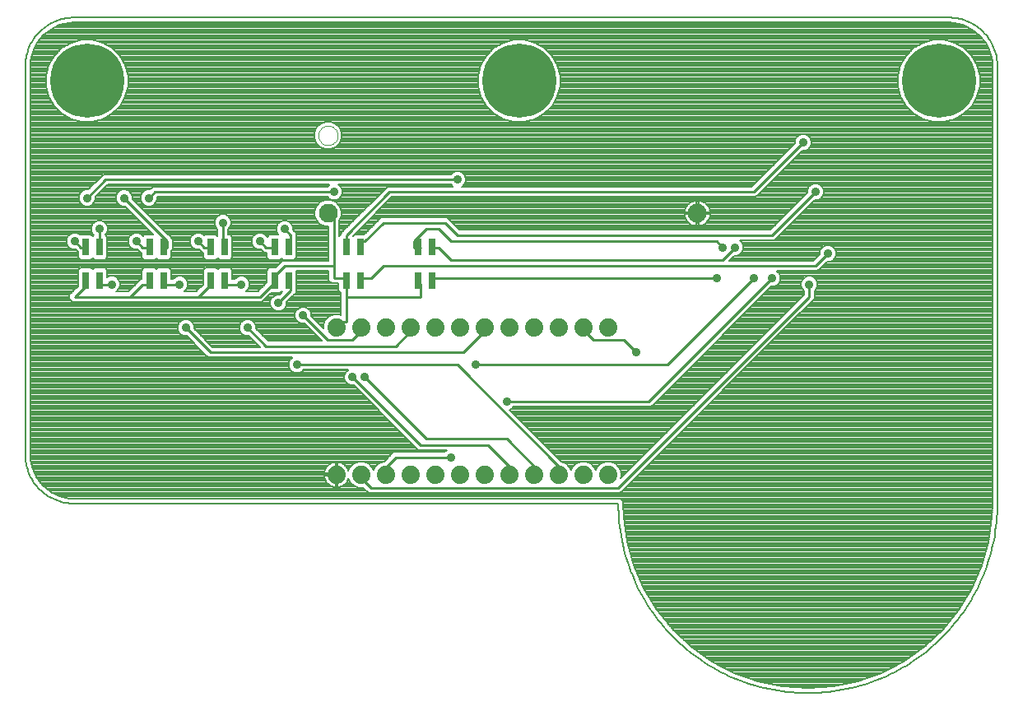
<source format=gbl>
G75*
%MOIN*%
%OFA0B0*%
%FSLAX24Y24*%
%IPPOS*%
%LPD*%
%AMOC8*
5,1,8,0,0,1.08239X$1,22.5*
%
%ADD10C,0.0080*%
%ADD11C,0.0740*%
%ADD12C,0.0768*%
%ADD13C,0.0000*%
%ADD14R,0.0295X0.0709*%
%ADD15C,0.0100*%
%ADD16C,0.0360*%
%ADD17C,0.3000*%
D10*
X002109Y007817D02*
X024156Y007817D01*
X024356Y007817D02*
X024356Y007900D01*
X024239Y008017D01*
X002109Y008017D01*
X001910Y008028D01*
X001524Y008116D01*
X001168Y008288D01*
X000858Y008535D01*
X000611Y008845D01*
X000439Y009202D01*
X000351Y009588D01*
X000340Y009786D01*
X000340Y025534D01*
X001080Y025534D01*
X001093Y025584D02*
X000980Y025162D01*
X000980Y024725D01*
X001093Y024302D01*
X001312Y023924D01*
X001621Y023615D01*
X001999Y023396D01*
X002421Y023283D01*
X002859Y023283D01*
X003281Y023396D01*
X003659Y023615D01*
X003968Y023924D01*
X004187Y024302D01*
X004300Y024725D01*
X004300Y025162D01*
X004187Y025584D01*
X003968Y025962D01*
X003659Y026271D01*
X003281Y026490D01*
X002859Y026603D01*
X002421Y026603D01*
X001999Y026490D01*
X001621Y026271D01*
X001312Y025962D01*
X001093Y025584D01*
X001110Y025613D02*
X000344Y025613D01*
X000349Y025691D02*
X001155Y025691D01*
X001200Y025770D02*
X000360Y025770D01*
X000351Y025732D02*
X000439Y026118D01*
X000611Y026475D01*
X000858Y026784D01*
X001168Y027031D01*
X001524Y027203D01*
X001910Y027291D01*
X002109Y027302D01*
X037542Y027302D01*
X037740Y027291D01*
X038126Y027203D01*
X038482Y027031D01*
X038792Y026784D01*
X039039Y026475D01*
X039211Y026118D01*
X039299Y025732D01*
X039310Y025534D01*
X038700Y025534D01*
X038687Y025584D02*
X038468Y025962D01*
X038159Y026271D01*
X037781Y026490D01*
X037359Y026603D01*
X036921Y026603D01*
X036499Y026490D01*
X036121Y026271D01*
X035812Y025962D01*
X035593Y025584D01*
X035480Y025162D01*
X035480Y024725D01*
X035593Y024302D01*
X035812Y023924D01*
X036121Y023615D01*
X036499Y023396D01*
X036921Y023283D01*
X037359Y023283D01*
X037781Y023396D01*
X038159Y023615D01*
X038468Y023924D01*
X038687Y024302D01*
X038800Y024725D01*
X038800Y025162D01*
X038687Y025584D01*
X038670Y025613D02*
X039306Y025613D01*
X039301Y025691D02*
X038625Y025691D01*
X038580Y025770D02*
X039290Y025770D01*
X039272Y025848D02*
X038534Y025848D01*
X038489Y025927D02*
X039254Y025927D01*
X039237Y026005D02*
X038426Y026005D01*
X038347Y026084D02*
X039219Y026084D01*
X039189Y026162D02*
X038269Y026162D01*
X038190Y026241D02*
X039152Y026241D01*
X039114Y026319D02*
X038077Y026319D01*
X037941Y026398D02*
X039076Y026398D01*
X039038Y026476D02*
X037805Y026476D01*
X037539Y026555D02*
X038975Y026555D01*
X038913Y026633D02*
X000738Y026633D01*
X000800Y026712D02*
X038850Y026712D01*
X038785Y026790D02*
X000866Y026790D01*
X000964Y026869D02*
X038686Y026869D01*
X038588Y026947D02*
X001062Y026947D01*
X001161Y027026D02*
X038489Y027026D01*
X038331Y027104D02*
X001319Y027104D01*
X001482Y027183D02*
X038168Y027183D01*
X037870Y027261D02*
X001780Y027261D01*
X002109Y027502D02*
X037542Y027502D01*
X036741Y026555D02*
X020539Y026555D01*
X020359Y026603D02*
X019921Y026603D01*
X019499Y026490D01*
X019121Y026271D01*
X018812Y025962D01*
X018593Y025584D01*
X018480Y025162D01*
X018480Y024725D01*
X018593Y024302D01*
X018812Y023924D01*
X019121Y023615D01*
X019499Y023396D01*
X019921Y023283D01*
X020359Y023283D01*
X020781Y023396D01*
X021159Y023615D01*
X021468Y023924D01*
X021687Y024302D01*
X021800Y024725D01*
X021800Y025162D01*
X021687Y025584D01*
X021468Y025962D01*
X021159Y026271D01*
X020781Y026490D01*
X020359Y026603D01*
X020805Y026476D02*
X036475Y026476D01*
X036339Y026398D02*
X020941Y026398D01*
X021077Y026319D02*
X036203Y026319D01*
X036090Y026241D02*
X021190Y026241D01*
X021269Y026162D02*
X036011Y026162D01*
X035933Y026084D02*
X021347Y026084D01*
X021426Y026005D02*
X035854Y026005D01*
X035791Y025927D02*
X021489Y025927D01*
X021534Y025848D02*
X035746Y025848D01*
X035700Y025770D02*
X021580Y025770D01*
X021625Y025691D02*
X035655Y025691D01*
X035610Y025613D02*
X021670Y025613D01*
X021700Y025534D02*
X035580Y025534D01*
X035559Y025456D02*
X021721Y025456D01*
X021742Y025377D02*
X035538Y025377D01*
X035517Y025299D02*
X021763Y025299D01*
X021784Y025220D02*
X035496Y025220D01*
X035480Y025142D02*
X021800Y025142D01*
X021800Y025063D02*
X035480Y025063D01*
X035480Y024985D02*
X021800Y024985D01*
X021800Y024906D02*
X035480Y024906D01*
X035480Y024828D02*
X021800Y024828D01*
X021800Y024749D02*
X035480Y024749D01*
X035494Y024671D02*
X021786Y024671D01*
X021765Y024592D02*
X035515Y024592D01*
X035537Y024514D02*
X021743Y024514D01*
X021722Y024435D02*
X035558Y024435D01*
X035579Y024357D02*
X021701Y024357D01*
X021673Y024278D02*
X035607Y024278D01*
X035652Y024200D02*
X021628Y024200D01*
X021582Y024121D02*
X035698Y024121D01*
X035743Y024043D02*
X021537Y024043D01*
X021492Y023964D02*
X035788Y023964D01*
X035850Y023886D02*
X021430Y023886D01*
X021352Y023807D02*
X035928Y023807D01*
X036007Y023729D02*
X021273Y023729D01*
X021195Y023650D02*
X036085Y023650D01*
X036195Y023572D02*
X021085Y023572D01*
X020949Y023493D02*
X036331Y023493D01*
X036467Y023415D02*
X020813Y023415D01*
X020557Y023336D02*
X036723Y023336D01*
X037557Y023336D02*
X039310Y023336D01*
X039310Y023258D02*
X012565Y023258D01*
X012510Y023280D02*
X012290Y023280D01*
X012086Y023196D01*
X011930Y023040D01*
X011846Y022837D01*
X011846Y022616D01*
X011930Y022413D01*
X012086Y022257D01*
X012290Y022173D01*
X012510Y022173D01*
X012713Y022257D01*
X012869Y022413D01*
X012954Y022616D01*
X012954Y022837D01*
X012869Y023040D01*
X012713Y023196D01*
X012510Y023280D01*
X012730Y023179D02*
X039310Y023179D01*
X039310Y023101D02*
X012809Y023101D01*
X012877Y023022D02*
X039310Y023022D01*
X039310Y022944D02*
X012909Y022944D01*
X012942Y022865D02*
X039310Y022865D01*
X039310Y022787D02*
X012954Y022787D01*
X012954Y022708D02*
X031424Y022708D01*
X031447Y022731D02*
X031352Y022636D01*
X031300Y022511D01*
X031300Y022400D01*
X029553Y020653D01*
X017828Y020653D01*
X017833Y020655D01*
X017928Y020751D01*
X017980Y020876D01*
X017980Y021011D01*
X017928Y021136D01*
X017833Y021231D01*
X017708Y021283D01*
X017572Y021283D01*
X017447Y021231D01*
X017369Y021153D01*
X003303Y021153D01*
X003180Y021030D01*
X002683Y020533D01*
X002572Y020533D01*
X002447Y020481D01*
X002352Y020386D01*
X002300Y020261D01*
X002300Y020126D01*
X002352Y020001D01*
X002447Y019905D01*
X002572Y019853D01*
X002708Y019853D01*
X002833Y019905D01*
X002928Y020001D01*
X002980Y020126D01*
X002980Y020236D01*
X003477Y020733D01*
X012452Y020733D01*
X012447Y020731D01*
X012369Y020653D01*
X005303Y020653D01*
X005183Y020533D01*
X005072Y020533D01*
X004947Y020481D01*
X004852Y020386D01*
X004800Y020261D01*
X004800Y020126D01*
X004852Y020001D01*
X004947Y019905D01*
X005072Y019853D01*
X005208Y019853D01*
X005333Y019905D01*
X005428Y020001D01*
X005480Y020126D01*
X005480Y020233D01*
X012369Y020233D01*
X012447Y020155D01*
X012572Y020103D01*
X012708Y020103D01*
X012833Y020155D01*
X012928Y020251D01*
X012980Y020376D01*
X012980Y020511D01*
X012928Y020636D01*
X012833Y020731D01*
X012828Y020733D01*
X017369Y020733D01*
X017447Y020655D01*
X017452Y020653D01*
X014803Y020653D01*
X013053Y018903D01*
X012930Y018780D01*
X012930Y018713D01*
X012924Y018713D01*
X012850Y018639D01*
X012850Y019258D01*
X012861Y019269D01*
X012944Y019469D01*
X012944Y019685D01*
X012861Y019885D01*
X012708Y020038D01*
X012508Y020121D01*
X012292Y020121D01*
X012092Y020038D01*
X011939Y019885D01*
X011856Y019685D01*
X011856Y019469D01*
X011939Y019269D01*
X012092Y019116D01*
X012292Y019033D01*
X012430Y019033D01*
X012430Y017653D01*
X010553Y017653D01*
X010430Y017530D01*
X010275Y017375D01*
X010019Y017375D01*
X009925Y017281D01*
X009925Y016775D01*
X009553Y016403D01*
X009078Y016403D01*
X009083Y016405D01*
X009178Y016501D01*
X009230Y016626D01*
X009230Y016761D01*
X009178Y016886D01*
X009083Y016981D01*
X008958Y017033D01*
X008822Y017033D01*
X008697Y016981D01*
X008619Y016903D01*
X008524Y016903D01*
X008524Y017281D01*
X008431Y017375D01*
X008003Y017375D01*
X007931Y017303D01*
X007860Y017375D01*
X007432Y017375D01*
X007338Y017281D01*
X007338Y016688D01*
X007053Y016403D01*
X006578Y016403D01*
X006583Y016405D01*
X006678Y016501D01*
X006730Y016626D01*
X006730Y016761D01*
X006678Y016886D01*
X006583Y016981D01*
X006458Y017033D01*
X006322Y017033D01*
X006197Y016981D01*
X006119Y016903D01*
X006044Y016903D01*
X006044Y017281D01*
X005950Y017375D01*
X005523Y017375D01*
X005451Y017303D01*
X005380Y017375D01*
X004952Y017375D01*
X004858Y017281D01*
X004858Y016903D01*
X004803Y016903D01*
X004680Y016780D01*
X004303Y016403D01*
X003828Y016403D01*
X003833Y016405D01*
X003928Y016501D01*
X003980Y016626D01*
X003980Y016761D01*
X003928Y016886D01*
X003833Y016981D01*
X003708Y017033D01*
X003572Y017033D01*
X003457Y016986D01*
X003457Y017281D01*
X003364Y017375D01*
X002936Y017375D01*
X002864Y017303D01*
X002793Y017375D01*
X002365Y017375D01*
X002271Y017281D01*
X002271Y016621D01*
X002053Y016403D01*
X001930Y016280D01*
X001930Y016106D01*
X002053Y015983D01*
X009727Y015983D01*
X009850Y016106D01*
X010090Y016346D01*
X010446Y016346D01*
X010518Y016418D01*
X010543Y016393D01*
X010433Y016283D01*
X010322Y016283D01*
X010197Y016231D01*
X010102Y016136D01*
X010050Y016011D01*
X010050Y015876D01*
X010102Y015751D01*
X010197Y015655D01*
X010322Y015603D01*
X010458Y015603D01*
X010583Y015655D01*
X010678Y015751D01*
X010730Y015876D01*
X010730Y015986D01*
X010977Y016233D01*
X011100Y016356D01*
X011100Y016429D01*
X011111Y016440D01*
X011111Y016695D01*
X011116Y016712D01*
X011111Y016723D01*
X011111Y017233D01*
X012430Y017233D01*
X012430Y016856D01*
X012553Y016733D01*
X012830Y016733D01*
X012830Y016440D01*
X012924Y016346D01*
X012930Y016346D01*
X012930Y015459D01*
X012848Y015493D01*
X012637Y015493D01*
X012442Y015412D01*
X012293Y015263D01*
X012212Y015068D01*
X012212Y014918D01*
X011730Y015400D01*
X011730Y015511D01*
X011678Y015636D01*
X011583Y015731D01*
X011458Y015783D01*
X011322Y015783D01*
X011197Y015731D01*
X011102Y015636D01*
X011050Y015511D01*
X011050Y015376D01*
X011102Y015251D01*
X009286Y015251D01*
X009333Y015231D02*
X009208Y015283D01*
X009072Y015283D01*
X008947Y015231D01*
X008852Y015136D01*
X008800Y015011D01*
X008800Y014876D01*
X008852Y014751D01*
X008947Y014655D01*
X009072Y014603D01*
X009183Y014603D01*
X009633Y014153D01*
X007727Y014153D01*
X006980Y014900D01*
X006980Y015011D01*
X006928Y015136D01*
X006833Y015231D01*
X006708Y015283D01*
X006572Y015283D01*
X006447Y015231D01*
X006352Y015136D01*
X006300Y015011D01*
X006300Y014876D01*
X006352Y014751D01*
X006447Y014655D01*
X006572Y014603D01*
X006683Y014603D01*
X007430Y013856D01*
X007553Y013733D01*
X010952Y013733D01*
X010947Y013731D01*
X010852Y013636D01*
X010800Y013511D01*
X010800Y013376D01*
X010852Y013251D01*
X010947Y013155D01*
X011072Y013103D01*
X011208Y013103D01*
X011333Y013155D01*
X011411Y013233D01*
X013202Y013233D01*
X013197Y013231D01*
X013102Y013136D01*
X013050Y013011D01*
X013050Y012876D01*
X013102Y012751D01*
X013197Y012655D01*
X013322Y012603D01*
X013433Y012603D01*
X015930Y010106D01*
X016053Y009983D01*
X017202Y009983D01*
X017197Y009981D01*
X017119Y009903D01*
X015053Y009903D01*
X014674Y009524D01*
X014637Y009524D01*
X014442Y009444D01*
X014293Y009295D01*
X014242Y009172D01*
X014192Y009295D01*
X014043Y009444D01*
X013848Y009524D01*
X013637Y009524D01*
X013442Y009444D01*
X013293Y009295D01*
X013230Y009143D01*
X013215Y009190D01*
X013179Y009262D01*
X013131Y009327D01*
X013075Y009383D01*
X013010Y009431D01*
X012938Y009467D01*
X012862Y009492D01*
X012783Y009504D01*
X012782Y009504D01*
X012782Y009034D01*
X012702Y009034D01*
X012702Y008954D01*
X012232Y008954D01*
X012245Y008875D01*
X012270Y008799D01*
X012306Y008727D01*
X012353Y008662D01*
X012410Y008605D01*
X012475Y008558D01*
X012547Y008522D01*
X012623Y008497D01*
X012702Y008484D01*
X012702Y008484D01*
X012702Y008954D01*
X012782Y008954D01*
X012782Y008484D01*
X012783Y008484D01*
X012862Y008497D01*
X012938Y008522D01*
X013010Y008558D01*
X013075Y008605D01*
X013131Y008662D01*
X013179Y008727D01*
X013215Y008799D01*
X013230Y008846D01*
X013293Y008694D01*
X013442Y008545D01*
X013637Y008464D01*
X013822Y008464D01*
X014053Y008233D01*
X024227Y008233D01*
X024350Y008356D01*
X031227Y015233D01*
X031977Y015983D01*
X032100Y016106D01*
X032100Y016422D01*
X032178Y016501D01*
X032230Y016626D01*
X032230Y016761D01*
X032178Y016886D01*
X032083Y016981D01*
X031958Y017033D01*
X031822Y017033D01*
X031697Y016981D01*
X031602Y016886D01*
X031550Y016761D01*
X031550Y016626D01*
X031602Y016501D01*
X031680Y016422D01*
X031680Y016280D01*
X030930Y015530D01*
X024261Y008861D01*
X024272Y008889D01*
X024272Y009100D01*
X024192Y009295D01*
X024043Y009444D01*
X023848Y009524D01*
X023637Y009524D01*
X023442Y009444D01*
X023293Y009295D01*
X023242Y009172D01*
X023192Y009295D01*
X023043Y009444D01*
X022848Y009524D01*
X022637Y009524D01*
X022442Y009444D01*
X022293Y009295D01*
X022242Y009172D01*
X022192Y009295D01*
X022043Y009444D01*
X021861Y009519D01*
X019757Y011623D01*
X019833Y011655D01*
X019911Y011733D01*
X025477Y011733D01*
X025600Y011856D01*
X030347Y016603D01*
X030458Y016603D01*
X030583Y016655D01*
X030678Y016751D01*
X030730Y016876D01*
X030730Y017011D01*
X030678Y017136D01*
X030583Y017231D01*
X030578Y017233D01*
X032227Y017233D01*
X032350Y017356D01*
X032597Y017603D01*
X032708Y017603D01*
X032833Y017655D01*
X032928Y017751D01*
X032980Y017876D01*
X032980Y018011D01*
X032928Y018136D01*
X032833Y018231D01*
X032708Y018283D01*
X032572Y018283D01*
X032447Y018231D01*
X032352Y018136D01*
X032300Y018011D01*
X032300Y017900D01*
X032053Y017653D01*
X028647Y017653D01*
X028847Y017853D01*
X028958Y017853D01*
X029083Y017905D01*
X029178Y018001D01*
X029230Y018126D01*
X029230Y018261D01*
X029178Y018386D01*
X029083Y018481D01*
X029078Y018483D01*
X030477Y018483D01*
X030600Y018606D01*
X032097Y020103D01*
X032208Y020103D01*
X032333Y020155D01*
X032428Y020251D01*
X032480Y020376D01*
X032480Y020511D01*
X032428Y020636D01*
X032333Y020731D01*
X032208Y020783D01*
X032072Y020783D01*
X031947Y020731D01*
X031852Y020636D01*
X031800Y020511D01*
X031800Y020400D01*
X030303Y018903D01*
X017727Y018903D01*
X017350Y019280D01*
X017350Y019280D01*
X017227Y019403D01*
X014553Y019403D01*
X013863Y018713D01*
X013495Y018713D01*
X013423Y018642D01*
X013405Y018661D01*
X014977Y020233D01*
X029727Y020233D01*
X029850Y020356D01*
X031597Y022103D01*
X031708Y022103D01*
X031833Y022155D01*
X031928Y022251D01*
X031980Y022376D01*
X031980Y022511D01*
X031928Y022636D01*
X031833Y022731D01*
X031708Y022783D01*
X031572Y022783D01*
X031447Y022731D01*
X031349Y022630D02*
X012954Y022630D01*
X012927Y022551D02*
X031317Y022551D01*
X031300Y022473D02*
X012894Y022473D01*
X012850Y022394D02*
X031294Y022394D01*
X031216Y022316D02*
X012772Y022316D01*
X012665Y022237D02*
X031137Y022237D01*
X031059Y022159D02*
X000340Y022159D01*
X000340Y022237D02*
X012134Y022237D01*
X012028Y022316D02*
X000340Y022316D01*
X000340Y022394D02*
X011949Y022394D01*
X011906Y022473D02*
X000340Y022473D01*
X000340Y022551D02*
X011873Y022551D01*
X011846Y022630D02*
X000340Y022630D01*
X000340Y022708D02*
X011846Y022708D01*
X011846Y022787D02*
X000340Y022787D01*
X000340Y022865D02*
X011858Y022865D01*
X011890Y022944D02*
X000340Y022944D01*
X000340Y023022D02*
X011923Y023022D01*
X011991Y023101D02*
X000340Y023101D01*
X000340Y023179D02*
X012069Y023179D01*
X012235Y023258D02*
X000340Y023258D01*
X000340Y023336D02*
X002223Y023336D01*
X001967Y023415D02*
X000340Y023415D01*
X000340Y023493D02*
X001831Y023493D01*
X001695Y023572D02*
X000340Y023572D01*
X000340Y023650D02*
X001585Y023650D01*
X001507Y023729D02*
X000340Y023729D01*
X000340Y023807D02*
X001428Y023807D01*
X001350Y023886D02*
X000340Y023886D01*
X000340Y023964D02*
X001288Y023964D01*
X001243Y024043D02*
X000340Y024043D01*
X000340Y024121D02*
X001198Y024121D01*
X001152Y024200D02*
X000340Y024200D01*
X000340Y024278D02*
X001107Y024278D01*
X001079Y024357D02*
X000340Y024357D01*
X000340Y024435D02*
X001058Y024435D01*
X001037Y024514D02*
X000340Y024514D01*
X000340Y024592D02*
X001015Y024592D01*
X000994Y024671D02*
X000340Y024671D01*
X000340Y024749D02*
X000980Y024749D01*
X000980Y024828D02*
X000340Y024828D01*
X000340Y024906D02*
X000980Y024906D01*
X000980Y024985D02*
X000340Y024985D01*
X000340Y025063D02*
X000980Y025063D01*
X000980Y025142D02*
X000340Y025142D01*
X000340Y025220D02*
X000996Y025220D01*
X001017Y025299D02*
X000340Y025299D01*
X000340Y025377D02*
X001038Y025377D01*
X001059Y025456D02*
X000340Y025456D01*
X000340Y025534D02*
X000351Y025732D01*
X000378Y025848D02*
X001246Y025848D01*
X001291Y025927D02*
X000396Y025927D01*
X000414Y026005D02*
X001354Y026005D01*
X001433Y026084D02*
X000431Y026084D01*
X000461Y026162D02*
X001511Y026162D01*
X001590Y026241D02*
X000498Y026241D01*
X000536Y026319D02*
X001703Y026319D01*
X001839Y026398D02*
X000574Y026398D01*
X000612Y026476D02*
X001975Y026476D01*
X002241Y026555D02*
X000675Y026555D01*
X000140Y025534D02*
X000140Y009786D01*
X000342Y009756D02*
X014906Y009756D01*
X014984Y009834D02*
X000340Y009834D01*
X000340Y009913D02*
X017129Y009913D01*
X016045Y009991D02*
X000340Y009991D01*
X000340Y010070D02*
X015966Y010070D01*
X015888Y010148D02*
X000340Y010148D01*
X000340Y010227D02*
X015809Y010227D01*
X015731Y010305D02*
X000340Y010305D01*
X000340Y010384D02*
X015652Y010384D01*
X015574Y010462D02*
X000340Y010462D01*
X000340Y010541D02*
X015495Y010541D01*
X015417Y010619D02*
X000340Y010619D01*
X000340Y010698D02*
X015338Y010698D01*
X015260Y010776D02*
X000340Y010776D01*
X000340Y010855D02*
X015181Y010855D01*
X015103Y010933D02*
X000340Y010933D01*
X000340Y011012D02*
X015024Y011012D01*
X014946Y011090D02*
X000340Y011090D01*
X000340Y011169D02*
X014867Y011169D01*
X014789Y011247D02*
X000340Y011247D01*
X000340Y011326D02*
X014710Y011326D01*
X014632Y011404D02*
X000340Y011404D01*
X000340Y011483D02*
X014553Y011483D01*
X014475Y011561D02*
X000340Y011561D01*
X000340Y011640D02*
X014396Y011640D01*
X014318Y011718D02*
X000340Y011718D01*
X000340Y011797D02*
X014239Y011797D01*
X014161Y011875D02*
X000340Y011875D01*
X000340Y011954D02*
X014082Y011954D01*
X014004Y012032D02*
X000340Y012032D01*
X000340Y012111D02*
X013925Y012111D01*
X013847Y012189D02*
X000340Y012189D01*
X000340Y012268D02*
X013768Y012268D01*
X013690Y012346D02*
X000340Y012346D01*
X000340Y012425D02*
X013611Y012425D01*
X013533Y012503D02*
X000340Y012503D01*
X000340Y012582D02*
X013454Y012582D01*
X013192Y012660D02*
X000340Y012660D01*
X000340Y012739D02*
X013114Y012739D01*
X013074Y012817D02*
X000340Y012817D01*
X000340Y012896D02*
X013050Y012896D01*
X013050Y012974D02*
X000340Y012974D01*
X000340Y013053D02*
X013067Y013053D01*
X013100Y013131D02*
X011275Y013131D01*
X011387Y013210D02*
X013176Y013210D01*
X012133Y014403D02*
X009977Y014403D01*
X009480Y014900D01*
X009480Y015011D01*
X009428Y015136D01*
X009333Y015231D01*
X009392Y015172D02*
X011180Y015172D01*
X011197Y015155D02*
X011322Y015103D01*
X011433Y015103D01*
X012133Y014403D01*
X012070Y014466D02*
X009914Y014466D01*
X009836Y014544D02*
X011992Y014544D01*
X011913Y014623D02*
X009757Y014623D01*
X009679Y014701D02*
X011835Y014701D01*
X011756Y014780D02*
X009600Y014780D01*
X009522Y014858D02*
X011678Y014858D01*
X011599Y014937D02*
X009480Y014937D01*
X009478Y015015D02*
X011521Y015015D01*
X011442Y015094D02*
X009446Y015094D01*
X008994Y015251D02*
X006786Y015251D01*
X006892Y015172D02*
X008888Y015172D01*
X008834Y015094D02*
X006946Y015094D01*
X006978Y015015D02*
X008802Y015015D01*
X008800Y014937D02*
X006980Y014937D01*
X007022Y014858D02*
X008807Y014858D01*
X008840Y014780D02*
X007100Y014780D01*
X007179Y014701D02*
X008901Y014701D01*
X009025Y014623D02*
X007257Y014623D01*
X007336Y014544D02*
X009242Y014544D01*
X009320Y014466D02*
X007414Y014466D01*
X007493Y014387D02*
X009399Y014387D01*
X009477Y014309D02*
X007571Y014309D01*
X007650Y014230D02*
X009556Y014230D01*
X010838Y013602D02*
X000340Y013602D01*
X000340Y013524D02*
X010805Y013524D01*
X010800Y013445D02*
X000340Y013445D01*
X000340Y013367D02*
X010804Y013367D01*
X010836Y013288D02*
X000340Y013288D01*
X000340Y013210D02*
X010893Y013210D01*
X011005Y013131D02*
X000340Y013131D01*
X000340Y013681D02*
X010897Y013681D01*
X011197Y015155D02*
X011102Y015251D01*
X011069Y015329D02*
X000340Y015329D01*
X000340Y015251D02*
X006494Y015251D01*
X006388Y015172D02*
X000340Y015172D01*
X000340Y015094D02*
X006334Y015094D01*
X006302Y015015D02*
X000340Y015015D01*
X000340Y014937D02*
X006300Y014937D01*
X006307Y014858D02*
X000340Y014858D01*
X000340Y014780D02*
X006340Y014780D01*
X006401Y014701D02*
X000340Y014701D01*
X000340Y014623D02*
X006525Y014623D01*
X006742Y014544D02*
X000340Y014544D01*
X000340Y014466D02*
X006820Y014466D01*
X006899Y014387D02*
X000340Y014387D01*
X000340Y014309D02*
X006977Y014309D01*
X007056Y014230D02*
X000340Y014230D01*
X000340Y014152D02*
X007134Y014152D01*
X007213Y014073D02*
X000340Y014073D01*
X000340Y013995D02*
X007291Y013995D01*
X007370Y013916D02*
X000340Y013916D01*
X000340Y013838D02*
X007448Y013838D01*
X007527Y013759D02*
X000340Y013759D01*
X000340Y015408D02*
X011050Y015408D01*
X011050Y015486D02*
X000340Y015486D01*
X000340Y015565D02*
X011072Y015565D01*
X011109Y015643D02*
X010554Y015643D01*
X010649Y015722D02*
X011188Y015722D01*
X011592Y015722D02*
X012930Y015722D01*
X012930Y015800D02*
X010699Y015800D01*
X010730Y015879D02*
X012930Y015879D01*
X012930Y015957D02*
X010730Y015957D01*
X010780Y016036D02*
X012930Y016036D01*
X012930Y016114D02*
X010858Y016114D01*
X010937Y016193D02*
X012930Y016193D01*
X012930Y016271D02*
X011015Y016271D01*
X011094Y016350D02*
X012921Y016350D01*
X012842Y016428D02*
X011100Y016428D01*
X011111Y016507D02*
X012830Y016507D01*
X012830Y016585D02*
X011111Y016585D01*
X011111Y016664D02*
X012830Y016664D01*
X012544Y016742D02*
X011111Y016742D01*
X011111Y016821D02*
X012465Y016821D01*
X012430Y016899D02*
X011111Y016899D01*
X011111Y016978D02*
X012430Y016978D01*
X012430Y017056D02*
X011111Y017056D01*
X011111Y017135D02*
X012430Y017135D01*
X012430Y017213D02*
X011111Y017213D01*
X011017Y017685D02*
X011111Y017778D01*
X011111Y018438D01*
X011117Y018455D01*
X011111Y018467D01*
X011111Y018620D01*
X011100Y018631D01*
X011100Y018780D01*
X010980Y018900D01*
X010980Y019011D01*
X010928Y019136D01*
X010833Y019231D01*
X010708Y019283D01*
X010572Y019283D01*
X010447Y019231D01*
X010352Y019136D01*
X010300Y019011D01*
X010300Y018876D01*
X010352Y018751D01*
X010389Y018713D01*
X010019Y018713D01*
X009932Y018627D01*
X009928Y018636D01*
X009833Y018731D01*
X009708Y018783D01*
X009572Y018783D01*
X009447Y018731D01*
X009352Y018636D01*
X009300Y018511D01*
X009300Y018376D01*
X009352Y018251D01*
X009447Y018155D01*
X008524Y018155D01*
X008524Y018077D02*
X009709Y018077D01*
X009683Y018103D02*
X009803Y017983D01*
X009925Y017983D01*
X009925Y017778D01*
X010019Y017685D01*
X010446Y017685D01*
X010518Y017756D01*
X010589Y017685D01*
X011017Y017685D01*
X011095Y017763D02*
X012430Y017763D01*
X012430Y017841D02*
X011111Y017841D01*
X011111Y017920D02*
X012430Y017920D01*
X012430Y017998D02*
X011111Y017998D01*
X011111Y018077D02*
X012430Y018077D01*
X012430Y018155D02*
X011111Y018155D01*
X011111Y018234D02*
X012430Y018234D01*
X012430Y018312D02*
X011111Y018312D01*
X011111Y018391D02*
X012430Y018391D01*
X012430Y018469D02*
X011111Y018469D01*
X011111Y018548D02*
X012430Y018548D01*
X012430Y018626D02*
X011104Y018626D01*
X011100Y018705D02*
X012430Y018705D01*
X012430Y018783D02*
X011097Y018783D01*
X011018Y018862D02*
X012430Y018862D01*
X012430Y018940D02*
X010980Y018940D01*
X010977Y019019D02*
X012430Y019019D01*
X012137Y019097D02*
X010944Y019097D01*
X010888Y019176D02*
X012032Y019176D01*
X011954Y019254D02*
X010777Y019254D01*
X010503Y019254D02*
X008480Y019254D01*
X008480Y019261D02*
X008428Y019386D01*
X008333Y019481D01*
X008208Y019533D01*
X008072Y019533D01*
X007947Y019481D01*
X007852Y019386D01*
X007800Y019261D01*
X007800Y019126D01*
X007852Y019001D01*
X007930Y018922D01*
X007930Y018643D01*
X007860Y018713D01*
X007432Y018713D01*
X007391Y018673D01*
X007333Y018731D01*
X007208Y018783D01*
X007072Y018783D01*
X006947Y018731D01*
X006852Y018636D01*
X006800Y018511D01*
X006800Y018376D01*
X006852Y018251D01*
X006947Y018155D01*
X006100Y018155D01*
X006100Y018106D02*
X006100Y018530D01*
X006044Y018586D01*
X006044Y018620D01*
X005950Y018713D01*
X005917Y018713D01*
X004480Y020150D01*
X004480Y020261D01*
X004428Y020386D01*
X004333Y020481D01*
X004208Y020533D01*
X004072Y020533D01*
X003947Y020481D01*
X003852Y020386D01*
X003800Y020261D01*
X003800Y020126D01*
X003852Y020001D01*
X003947Y019905D01*
X004072Y019853D01*
X004183Y019853D01*
X005323Y018713D01*
X004952Y018713D01*
X004901Y018663D01*
X004833Y018731D01*
X004708Y018783D01*
X004572Y018783D01*
X004447Y018731D01*
X004352Y018636D01*
X004300Y018511D01*
X004300Y018376D01*
X004352Y018251D01*
X004447Y018155D01*
X003457Y018155D01*
X003457Y018077D02*
X004709Y018077D01*
X004683Y018103D02*
X004803Y017983D01*
X004858Y017983D01*
X004858Y017778D01*
X004952Y017685D01*
X005380Y017685D01*
X005451Y017756D01*
X005523Y017685D01*
X005950Y017685D01*
X006044Y017778D01*
X006044Y018050D01*
X006100Y018106D01*
X006071Y018077D02*
X007209Y018077D01*
X007183Y018103D02*
X007303Y017983D01*
X007338Y017983D01*
X007338Y017778D01*
X007432Y017685D01*
X007860Y017685D01*
X007931Y017756D01*
X008003Y017685D01*
X008431Y017685D01*
X008524Y017778D01*
X008524Y018620D01*
X008431Y018713D01*
X008350Y018713D01*
X008350Y018922D01*
X008428Y019001D01*
X008480Y019126D01*
X008480Y019261D01*
X008450Y019333D02*
X011912Y019333D01*
X011880Y019411D02*
X008403Y019411D01*
X008312Y019490D02*
X011856Y019490D01*
X011856Y019568D02*
X005062Y019568D01*
X005140Y019490D02*
X007968Y019490D01*
X007877Y019411D02*
X005219Y019411D01*
X005297Y019333D02*
X007830Y019333D01*
X007800Y019254D02*
X005376Y019254D01*
X005454Y019176D02*
X007800Y019176D01*
X007812Y019097D02*
X005533Y019097D01*
X005611Y019019D02*
X007844Y019019D01*
X007912Y018940D02*
X005690Y018940D01*
X005768Y018862D02*
X007930Y018862D01*
X007930Y018783D02*
X005847Y018783D01*
X005959Y018705D02*
X006921Y018705D01*
X006848Y018626D02*
X006038Y018626D01*
X006082Y018548D02*
X006815Y018548D01*
X006800Y018469D02*
X006100Y018469D01*
X006100Y018391D02*
X006800Y018391D01*
X006826Y018312D02*
X006100Y018312D01*
X006100Y018234D02*
X006869Y018234D01*
X006947Y018155D02*
X007072Y018103D01*
X007183Y018103D01*
X007288Y017998D02*
X006044Y017998D01*
X006044Y017920D02*
X007338Y017920D01*
X007338Y017841D02*
X006044Y017841D01*
X006028Y017763D02*
X007354Y017763D01*
X007427Y017370D02*
X005955Y017370D01*
X006033Y017292D02*
X007349Y017292D01*
X007338Y017213D02*
X006044Y017213D01*
X006044Y017135D02*
X007338Y017135D01*
X007338Y017056D02*
X006044Y017056D01*
X006044Y016978D02*
X006194Y016978D01*
X006586Y016978D02*
X007338Y016978D01*
X007338Y016899D02*
X006665Y016899D01*
X006705Y016821D02*
X007338Y016821D01*
X007338Y016742D02*
X006730Y016742D01*
X006730Y016664D02*
X007314Y016664D01*
X007235Y016585D02*
X006713Y016585D01*
X006681Y016507D02*
X007157Y016507D01*
X007078Y016428D02*
X006606Y016428D01*
X005518Y017370D02*
X005384Y017370D01*
X004947Y017370D02*
X003368Y017370D01*
X003447Y017292D02*
X004869Y017292D01*
X004858Y017213D02*
X003457Y017213D01*
X003457Y017135D02*
X004858Y017135D01*
X004858Y017056D02*
X003457Y017056D01*
X003836Y016978D02*
X004858Y016978D01*
X004799Y016899D02*
X003915Y016899D01*
X003955Y016821D02*
X004721Y016821D01*
X004642Y016742D02*
X003980Y016742D01*
X003980Y016664D02*
X004564Y016664D01*
X004485Y016585D02*
X003963Y016585D01*
X003931Y016507D02*
X004407Y016507D01*
X004328Y016428D02*
X003856Y016428D01*
X002931Y017370D02*
X002797Y017370D01*
X002793Y017685D02*
X002864Y017756D01*
X002936Y017685D01*
X003364Y017685D01*
X003457Y017778D01*
X003457Y018620D01*
X003377Y018700D01*
X003428Y018751D01*
X003480Y018876D01*
X003480Y019011D01*
X003428Y019136D01*
X003333Y019231D01*
X003208Y019283D01*
X003072Y019283D01*
X002947Y019231D01*
X002852Y019136D01*
X002800Y019011D01*
X002800Y018876D01*
X002852Y018751D01*
X002912Y018690D01*
X002864Y018642D01*
X002793Y018713D01*
X002365Y018713D01*
X002358Y018706D01*
X002333Y018731D01*
X002208Y018783D01*
X002072Y018783D01*
X001947Y018731D01*
X001852Y018636D01*
X001800Y018511D01*
X001800Y018376D01*
X001852Y018251D01*
X001947Y018155D01*
X000340Y018155D01*
X000340Y018077D02*
X002209Y018077D01*
X002183Y018103D02*
X002271Y018015D01*
X002271Y017778D01*
X002365Y017685D01*
X002793Y017685D01*
X003442Y017763D02*
X004874Y017763D01*
X004858Y017841D02*
X003457Y017841D01*
X003457Y017920D02*
X004858Y017920D01*
X004788Y017998D02*
X003457Y017998D01*
X003457Y018234D02*
X004369Y018234D01*
X004326Y018312D02*
X003457Y018312D01*
X003457Y018391D02*
X004300Y018391D01*
X004300Y018469D02*
X003457Y018469D01*
X003457Y018548D02*
X004315Y018548D01*
X004348Y018626D02*
X003451Y018626D01*
X003382Y018705D02*
X004421Y018705D01*
X004859Y018705D02*
X004943Y018705D01*
X005174Y018862D02*
X003474Y018862D01*
X003480Y018940D02*
X005096Y018940D01*
X005017Y019019D02*
X003477Y019019D01*
X003444Y019097D02*
X004939Y019097D01*
X004860Y019176D02*
X003388Y019176D01*
X003277Y019254D02*
X004782Y019254D01*
X004703Y019333D02*
X000340Y019333D01*
X000340Y019411D02*
X004625Y019411D01*
X004546Y019490D02*
X000340Y019490D01*
X000340Y019568D02*
X004468Y019568D01*
X004389Y019647D02*
X000340Y019647D01*
X000340Y019725D02*
X004311Y019725D01*
X004232Y019804D02*
X000340Y019804D01*
X000340Y019882D02*
X002502Y019882D01*
X002392Y019961D02*
X000340Y019961D01*
X000340Y020039D02*
X002336Y020039D01*
X002303Y020118D02*
X000340Y020118D01*
X000340Y020196D02*
X002300Y020196D01*
X002306Y020275D02*
X000340Y020275D01*
X000340Y020353D02*
X002338Y020353D01*
X002398Y020432D02*
X000340Y020432D01*
X000340Y020510D02*
X002517Y020510D01*
X002739Y020589D02*
X000340Y020589D01*
X000340Y020667D02*
X002817Y020667D01*
X002896Y020746D02*
X000340Y020746D01*
X000340Y020824D02*
X002974Y020824D01*
X003053Y020903D02*
X000340Y020903D01*
X000340Y020981D02*
X003131Y020981D01*
X003210Y021060D02*
X000340Y021060D01*
X000340Y021138D02*
X003288Y021138D01*
X003411Y020667D02*
X012383Y020667D01*
X012406Y020196D02*
X005480Y020196D01*
X005477Y020118D02*
X012284Y020118D01*
X012095Y020039D02*
X005444Y020039D01*
X005388Y019961D02*
X012014Y019961D01*
X011938Y019882D02*
X005278Y019882D01*
X005002Y019882D02*
X004748Y019882D01*
X004826Y019804D02*
X011905Y019804D01*
X011873Y019725D02*
X004905Y019725D01*
X004983Y019647D02*
X011856Y019647D01*
X012516Y020118D02*
X012537Y020118D01*
X012705Y020039D02*
X014189Y020039D01*
X014111Y019961D02*
X012785Y019961D01*
X012862Y019882D02*
X014032Y019882D01*
X013954Y019804D02*
X012895Y019804D01*
X012927Y019725D02*
X013875Y019725D01*
X013797Y019647D02*
X012944Y019647D01*
X012944Y019568D02*
X013718Y019568D01*
X013640Y019490D02*
X012944Y019490D01*
X012920Y019411D02*
X013561Y019411D01*
X013483Y019333D02*
X012887Y019333D01*
X012850Y019254D02*
X013404Y019254D01*
X013326Y019176D02*
X012850Y019176D01*
X012850Y019097D02*
X013247Y019097D01*
X013169Y019019D02*
X012850Y019019D01*
X012850Y018940D02*
X013090Y018940D01*
X013012Y018862D02*
X012850Y018862D01*
X012850Y018783D02*
X012933Y018783D01*
X012915Y018705D02*
X012850Y018705D01*
X013449Y018705D02*
X013486Y018705D01*
X013527Y018783D02*
X013933Y018783D01*
X014012Y018862D02*
X013606Y018862D01*
X013684Y018940D02*
X014090Y018940D01*
X014169Y019019D02*
X013763Y019019D01*
X013841Y019097D02*
X014247Y019097D01*
X014326Y019176D02*
X013920Y019176D01*
X013998Y019254D02*
X014404Y019254D01*
X014483Y019333D02*
X014077Y019333D01*
X014155Y019411D02*
X026864Y019411D01*
X026875Y019376D02*
X026912Y019302D01*
X026961Y019236D01*
X027019Y019177D01*
X027086Y019129D01*
X027159Y019092D01*
X027238Y019066D01*
X027319Y019053D01*
X027320Y019053D01*
X027320Y019537D01*
X026837Y019537D01*
X026837Y019536D01*
X026850Y019454D01*
X026875Y019376D01*
X026897Y019333D02*
X017297Y019333D01*
X017376Y019254D02*
X026947Y019254D01*
X027022Y019176D02*
X017454Y019176D01*
X017533Y019097D02*
X027148Y019097D01*
X027320Y019097D02*
X027400Y019097D01*
X027400Y019053D02*
X027402Y019053D01*
X027483Y019066D01*
X027562Y019092D01*
X027635Y019129D01*
X027702Y019177D01*
X027760Y019236D01*
X027809Y019302D01*
X027846Y019376D01*
X027871Y019454D01*
X027884Y019536D01*
X027884Y019537D01*
X027400Y019537D01*
X027400Y019053D01*
X027400Y019176D02*
X027320Y019176D01*
X027320Y019254D02*
X027400Y019254D01*
X027400Y019333D02*
X027320Y019333D01*
X027320Y019411D02*
X027400Y019411D01*
X027400Y019490D02*
X027320Y019490D01*
X027320Y019537D02*
X027400Y019537D01*
X027400Y019617D01*
X027320Y019617D01*
X027320Y019537D01*
X027320Y019568D02*
X014312Y019568D01*
X014234Y019490D02*
X026844Y019490D01*
X026837Y019617D02*
X027320Y019617D01*
X027320Y020101D01*
X027319Y020101D01*
X027238Y020088D01*
X027159Y020062D01*
X027086Y020025D01*
X027019Y019977D01*
X026961Y019918D01*
X026912Y019852D01*
X026875Y019778D01*
X026850Y019700D01*
X026837Y019618D01*
X026837Y019617D01*
X026841Y019647D02*
X014391Y019647D01*
X014469Y019725D02*
X026858Y019725D01*
X026888Y019804D02*
X014548Y019804D01*
X014626Y019882D02*
X026935Y019882D01*
X027003Y019961D02*
X014705Y019961D01*
X014783Y020039D02*
X027114Y020039D01*
X027320Y020039D02*
X027400Y020039D01*
X027400Y020101D02*
X027400Y019617D01*
X027884Y019617D01*
X027884Y019618D01*
X027871Y019700D01*
X027846Y019778D01*
X027809Y019852D01*
X027760Y019918D01*
X027702Y019977D01*
X027635Y020025D01*
X027562Y020062D01*
X027483Y020088D01*
X027402Y020101D01*
X027400Y020101D01*
X027400Y019961D02*
X027320Y019961D01*
X027320Y019882D02*
X027400Y019882D01*
X027400Y019804D02*
X027320Y019804D01*
X027320Y019725D02*
X027400Y019725D01*
X027400Y019647D02*
X027320Y019647D01*
X027400Y019568D02*
X030968Y019568D01*
X030890Y019490D02*
X027877Y019490D01*
X027857Y019411D02*
X030811Y019411D01*
X030733Y019333D02*
X027824Y019333D01*
X027773Y019254D02*
X030654Y019254D01*
X030576Y019176D02*
X027699Y019176D01*
X027573Y019097D02*
X030497Y019097D01*
X030419Y019019D02*
X017611Y019019D01*
X017690Y018940D02*
X030340Y018940D01*
X030620Y018626D02*
X039310Y018626D01*
X039310Y018548D02*
X030542Y018548D01*
X030699Y018705D02*
X039310Y018705D01*
X039310Y018783D02*
X030777Y018783D01*
X030856Y018862D02*
X039310Y018862D01*
X039310Y018940D02*
X030934Y018940D01*
X031013Y019019D02*
X039310Y019019D01*
X039310Y019097D02*
X031091Y019097D01*
X031170Y019176D02*
X039310Y019176D01*
X039310Y019254D02*
X031248Y019254D01*
X031327Y019333D02*
X039310Y019333D01*
X039310Y019411D02*
X031405Y019411D01*
X031484Y019490D02*
X039310Y019490D01*
X039310Y019568D02*
X031562Y019568D01*
X031641Y019647D02*
X039310Y019647D01*
X039310Y019725D02*
X031719Y019725D01*
X031798Y019804D02*
X039310Y019804D01*
X039310Y019882D02*
X031876Y019882D01*
X031955Y019961D02*
X039310Y019961D01*
X039310Y020039D02*
X032033Y020039D01*
X032243Y020118D02*
X039310Y020118D01*
X039310Y020196D02*
X032374Y020196D01*
X032438Y020275D02*
X039310Y020275D01*
X039310Y020353D02*
X032471Y020353D01*
X032480Y020432D02*
X039310Y020432D01*
X039310Y020510D02*
X032480Y020510D01*
X032448Y020589D02*
X039310Y020589D01*
X039310Y020667D02*
X032397Y020667D01*
X032298Y020746D02*
X039310Y020746D01*
X039310Y020824D02*
X030318Y020824D01*
X030240Y020746D02*
X031982Y020746D01*
X031883Y020667D02*
X030161Y020667D01*
X030083Y020589D02*
X031832Y020589D01*
X031800Y020510D02*
X030004Y020510D01*
X029926Y020432D02*
X031800Y020432D01*
X031753Y020353D02*
X029847Y020353D01*
X029769Y020275D02*
X031675Y020275D01*
X031596Y020196D02*
X014940Y020196D01*
X014862Y020118D02*
X031518Y020118D01*
X031439Y020039D02*
X027607Y020039D01*
X027718Y019961D02*
X031361Y019961D01*
X031282Y019882D02*
X027786Y019882D01*
X027833Y019804D02*
X031204Y019804D01*
X031125Y019725D02*
X027863Y019725D01*
X027880Y019647D02*
X031047Y019647D01*
X030397Y020903D02*
X039310Y020903D01*
X039310Y020981D02*
X030475Y020981D01*
X030554Y021060D02*
X039310Y021060D01*
X039310Y021138D02*
X030632Y021138D01*
X030711Y021217D02*
X039310Y021217D01*
X039310Y021295D02*
X030789Y021295D01*
X030868Y021374D02*
X039310Y021374D01*
X039310Y021452D02*
X030946Y021452D01*
X031025Y021531D02*
X039310Y021531D01*
X039310Y021609D02*
X031103Y021609D01*
X031182Y021688D02*
X039310Y021688D01*
X039310Y021766D02*
X031260Y021766D01*
X031339Y021845D02*
X039310Y021845D01*
X039310Y021923D02*
X031417Y021923D01*
X031496Y022002D02*
X039310Y022002D01*
X039310Y022080D02*
X031574Y022080D01*
X031836Y022159D02*
X039310Y022159D01*
X039310Y022237D02*
X031915Y022237D01*
X031955Y022316D02*
X039310Y022316D01*
X039310Y022394D02*
X031980Y022394D01*
X031980Y022473D02*
X039310Y022473D01*
X039310Y022551D02*
X031963Y022551D01*
X031931Y022630D02*
X039310Y022630D01*
X039310Y022708D02*
X031856Y022708D01*
X030980Y022080D02*
X000340Y022080D01*
X000340Y022002D02*
X030902Y022002D01*
X030823Y021923D02*
X000340Y021923D01*
X000340Y021845D02*
X030745Y021845D01*
X030666Y021766D02*
X000340Y021766D01*
X000340Y021688D02*
X030588Y021688D01*
X030509Y021609D02*
X000340Y021609D01*
X000340Y021531D02*
X030431Y021531D01*
X030352Y021452D02*
X000340Y021452D01*
X000340Y021374D02*
X030274Y021374D01*
X030195Y021295D02*
X000340Y021295D01*
X000340Y021217D02*
X017433Y021217D01*
X017847Y021217D02*
X030117Y021217D01*
X030038Y021138D02*
X017926Y021138D01*
X017960Y021060D02*
X029960Y021060D01*
X029881Y020981D02*
X017980Y020981D01*
X017980Y020903D02*
X029803Y020903D01*
X029724Y020824D02*
X017959Y020824D01*
X017923Y020746D02*
X029646Y020746D01*
X029567Y020667D02*
X017845Y020667D01*
X017435Y020667D02*
X012897Y020667D01*
X012948Y020589D02*
X014739Y020589D01*
X014660Y020510D02*
X012980Y020510D01*
X012980Y020432D02*
X014582Y020432D01*
X014503Y020353D02*
X012971Y020353D01*
X012938Y020275D02*
X014425Y020275D01*
X014346Y020196D02*
X012874Y020196D01*
X012743Y020118D02*
X014268Y020118D01*
X012430Y017684D02*
X000340Y017684D01*
X000340Y017606D02*
X010506Y017606D01*
X010427Y017527D02*
X000340Y017527D01*
X000340Y017449D02*
X010349Y017449D01*
X010014Y017370D02*
X008435Y017370D01*
X008514Y017292D02*
X009936Y017292D01*
X009925Y017213D02*
X008524Y017213D01*
X008524Y017135D02*
X009925Y017135D01*
X009925Y017056D02*
X008524Y017056D01*
X008524Y016978D02*
X008694Y016978D01*
X009086Y016978D02*
X009925Y016978D01*
X009925Y016899D02*
X009165Y016899D01*
X009205Y016821D02*
X009925Y016821D01*
X009892Y016742D02*
X009230Y016742D01*
X009230Y016664D02*
X009814Y016664D01*
X009735Y016585D02*
X009213Y016585D01*
X009181Y016507D02*
X009657Y016507D01*
X009578Y016428D02*
X009106Y016428D01*
X009780Y016036D02*
X010060Y016036D01*
X010050Y015957D02*
X000340Y015957D01*
X000340Y015879D02*
X010050Y015879D01*
X010081Y015800D02*
X000340Y015800D01*
X000340Y015722D02*
X010131Y015722D01*
X010226Y015643D02*
X000340Y015643D01*
X000340Y016036D02*
X002000Y016036D01*
X001930Y016114D02*
X000340Y016114D01*
X000340Y016193D02*
X001930Y016193D01*
X001930Y016271D02*
X000340Y016271D01*
X000340Y016350D02*
X002000Y016350D01*
X002078Y016428D02*
X000340Y016428D01*
X000340Y016507D02*
X002157Y016507D01*
X002235Y016585D02*
X000340Y016585D01*
X000340Y016664D02*
X002271Y016664D01*
X002271Y016742D02*
X000340Y016742D01*
X000340Y016821D02*
X002271Y016821D01*
X002271Y016899D02*
X000340Y016899D01*
X000340Y016978D02*
X002271Y016978D01*
X002271Y017056D02*
X000340Y017056D01*
X000340Y017135D02*
X002271Y017135D01*
X002271Y017213D02*
X000340Y017213D01*
X000340Y017292D02*
X002282Y017292D01*
X002360Y017370D02*
X000340Y017370D01*
X000340Y017763D02*
X002287Y017763D01*
X002271Y017841D02*
X000340Y017841D01*
X000340Y017920D02*
X002271Y017920D01*
X002271Y017998D02*
X000340Y017998D01*
X000340Y018234D02*
X001869Y018234D01*
X001826Y018312D02*
X000340Y018312D01*
X000340Y018391D02*
X001800Y018391D01*
X001800Y018469D02*
X000340Y018469D01*
X000340Y018548D02*
X001815Y018548D01*
X001848Y018626D02*
X000340Y018626D01*
X000340Y018705D02*
X001921Y018705D01*
X001947Y018155D02*
X002072Y018103D01*
X002183Y018103D01*
X002802Y018705D02*
X002898Y018705D01*
X002838Y018783D02*
X000340Y018783D01*
X000340Y018862D02*
X002806Y018862D01*
X002800Y018940D02*
X000340Y018940D01*
X000340Y019019D02*
X002803Y019019D01*
X002836Y019097D02*
X000340Y019097D01*
X000340Y019176D02*
X002892Y019176D01*
X003003Y019254D02*
X000340Y019254D01*
X002778Y019882D02*
X004002Y019882D01*
X003892Y019961D02*
X002888Y019961D01*
X002944Y020039D02*
X003836Y020039D01*
X003803Y020118D02*
X002977Y020118D01*
X002980Y020196D02*
X003800Y020196D01*
X003806Y020275D02*
X003019Y020275D01*
X003097Y020353D02*
X003838Y020353D01*
X003898Y020432D02*
X003176Y020432D01*
X003254Y020510D02*
X004017Y020510D01*
X004263Y020510D02*
X005017Y020510D01*
X004898Y020432D02*
X004382Y020432D01*
X004442Y020353D02*
X004838Y020353D01*
X004806Y020275D02*
X004474Y020275D01*
X004480Y020196D02*
X004800Y020196D01*
X004803Y020118D02*
X004512Y020118D01*
X004591Y020039D02*
X004836Y020039D01*
X004892Y019961D02*
X004669Y019961D01*
X005239Y020589D02*
X003333Y020589D01*
X003442Y018783D02*
X005253Y018783D01*
X004683Y018103D02*
X004572Y018103D01*
X004447Y018155D01*
X007359Y018705D02*
X007423Y018705D01*
X007868Y018705D02*
X007930Y018705D01*
X008350Y018783D02*
X010338Y018783D01*
X010306Y018862D02*
X008350Y018862D01*
X008368Y018940D02*
X010300Y018940D01*
X010303Y019019D02*
X008436Y019019D01*
X008468Y019097D02*
X010336Y019097D01*
X010392Y019176D02*
X008480Y019176D01*
X008439Y018705D02*
X009421Y018705D01*
X009348Y018626D02*
X008518Y018626D01*
X008524Y018548D02*
X009315Y018548D01*
X009300Y018469D02*
X008524Y018469D01*
X008524Y018391D02*
X009300Y018391D01*
X009326Y018312D02*
X008524Y018312D01*
X008524Y018234D02*
X009369Y018234D01*
X009447Y018155D02*
X009572Y018103D01*
X009683Y018103D01*
X009788Y017998D02*
X008524Y017998D01*
X008524Y017920D02*
X009925Y017920D01*
X009925Y017841D02*
X008524Y017841D01*
X008509Y017763D02*
X009941Y017763D01*
X010010Y018705D02*
X009859Y018705D01*
X007998Y017370D02*
X007864Y017370D01*
X009858Y016114D02*
X010093Y016114D01*
X010159Y016193D02*
X009937Y016193D01*
X010015Y016271D02*
X010294Y016271D01*
X010450Y016350D02*
X010500Y016350D01*
X011671Y015643D02*
X012930Y015643D01*
X012930Y015565D02*
X011708Y015565D01*
X011730Y015486D02*
X012621Y015486D01*
X012438Y015408D02*
X011730Y015408D01*
X011801Y015329D02*
X012359Y015329D01*
X012288Y015251D02*
X011879Y015251D01*
X011958Y015172D02*
X012255Y015172D01*
X012223Y015094D02*
X012036Y015094D01*
X012115Y015015D02*
X012212Y015015D01*
X012212Y014937D02*
X012193Y014937D01*
X012864Y015486D02*
X012930Y015486D01*
X019796Y011640D02*
X027040Y011640D01*
X027118Y011718D02*
X019896Y011718D01*
X019819Y011561D02*
X026961Y011561D01*
X026883Y011483D02*
X019897Y011483D01*
X019976Y011404D02*
X026804Y011404D01*
X026726Y011326D02*
X020054Y011326D01*
X020133Y011247D02*
X026647Y011247D01*
X026569Y011169D02*
X020211Y011169D01*
X020290Y011090D02*
X026490Y011090D01*
X026412Y011012D02*
X020368Y011012D01*
X020447Y010933D02*
X026333Y010933D01*
X026255Y010855D02*
X020525Y010855D01*
X020604Y010776D02*
X026176Y010776D01*
X026098Y010698D02*
X020682Y010698D01*
X020761Y010619D02*
X026019Y010619D01*
X025941Y010541D02*
X020839Y010541D01*
X020918Y010462D02*
X025862Y010462D01*
X025784Y010384D02*
X020996Y010384D01*
X021075Y010305D02*
X025705Y010305D01*
X025627Y010227D02*
X021153Y010227D01*
X021232Y010148D02*
X025548Y010148D01*
X025470Y010070D02*
X021310Y010070D01*
X021389Y009991D02*
X025391Y009991D01*
X025313Y009913D02*
X021467Y009913D01*
X021546Y009834D02*
X025234Y009834D01*
X025156Y009756D02*
X021624Y009756D01*
X021703Y009677D02*
X025077Y009677D01*
X024999Y009599D02*
X021781Y009599D01*
X021860Y009520D02*
X022627Y009520D01*
X022440Y009442D02*
X022045Y009442D01*
X022123Y009363D02*
X022362Y009363D01*
X022289Y009285D02*
X022196Y009285D01*
X022228Y009206D02*
X022256Y009206D01*
X022858Y009520D02*
X023627Y009520D01*
X023440Y009442D02*
X023045Y009442D01*
X023123Y009363D02*
X023362Y009363D01*
X023289Y009285D02*
X023196Y009285D01*
X023228Y009206D02*
X023256Y009206D01*
X023858Y009520D02*
X024920Y009520D01*
X024842Y009442D02*
X024045Y009442D01*
X024123Y009363D02*
X024763Y009363D01*
X024685Y009285D02*
X024196Y009285D01*
X024228Y009206D02*
X024606Y009206D01*
X024528Y009128D02*
X024261Y009128D01*
X024272Y009049D02*
X024449Y009049D01*
X024371Y008971D02*
X024272Y008971D01*
X024272Y008892D02*
X024292Y008892D01*
X024572Y008578D02*
X039310Y008578D01*
X039310Y008500D02*
X024494Y008500D01*
X024415Y008421D02*
X039310Y008421D01*
X039310Y008343D02*
X024337Y008343D01*
X024258Y008264D02*
X039310Y008264D01*
X039310Y008186D02*
X001381Y008186D01*
X001218Y008264D02*
X014022Y008264D01*
X013943Y008343D02*
X001099Y008343D01*
X001001Y008421D02*
X013865Y008421D01*
X013552Y008500D02*
X012870Y008500D01*
X012782Y008500D02*
X012702Y008500D01*
X012702Y008578D02*
X012782Y008578D01*
X012782Y008657D02*
X012702Y008657D01*
X012702Y008735D02*
X012782Y008735D01*
X012782Y008814D02*
X012702Y008814D01*
X012702Y008892D02*
X012782Y008892D01*
X012702Y008971D02*
X000550Y008971D01*
X000513Y009049D02*
X012235Y009049D01*
X012232Y009034D02*
X012232Y009034D01*
X012702Y009034D01*
X012702Y009504D01*
X012623Y009492D01*
X012547Y009467D01*
X012475Y009431D01*
X012410Y009383D01*
X012353Y009327D01*
X012306Y009262D01*
X012270Y009190D01*
X012245Y009114D01*
X012232Y009034D01*
X012232Y008954D02*
X012232Y008954D01*
X012242Y008892D02*
X000588Y008892D01*
X000636Y008814D02*
X012265Y008814D01*
X012302Y008735D02*
X000698Y008735D01*
X000761Y008657D02*
X012359Y008657D01*
X012447Y008578D02*
X000824Y008578D01*
X000902Y008500D02*
X012614Y008500D01*
X013037Y008578D02*
X013409Y008578D01*
X013330Y008657D02*
X013126Y008657D01*
X013183Y008735D02*
X013276Y008735D01*
X013244Y008814D02*
X013220Y008814D01*
X012782Y009049D02*
X012702Y009049D01*
X012702Y009128D02*
X012782Y009128D01*
X012782Y009206D02*
X012702Y009206D01*
X012702Y009285D02*
X012782Y009285D01*
X012782Y009363D02*
X012702Y009363D01*
X012702Y009442D02*
X012782Y009442D01*
X012702Y009504D02*
X012702Y009504D01*
X012497Y009442D02*
X000384Y009442D01*
X000367Y009520D02*
X013627Y009520D01*
X013440Y009442D02*
X012988Y009442D01*
X013095Y009363D02*
X013362Y009363D01*
X013289Y009285D02*
X013162Y009285D01*
X013207Y009206D02*
X013256Y009206D01*
X013858Y009520D02*
X014627Y009520D01*
X014749Y009599D02*
X000351Y009599D01*
X000346Y009677D02*
X014827Y009677D01*
X014440Y009442D02*
X014045Y009442D01*
X014123Y009363D02*
X014362Y009363D01*
X014289Y009285D02*
X014196Y009285D01*
X014228Y009206D02*
X014256Y009206D01*
X012390Y009363D02*
X000402Y009363D01*
X000420Y009285D02*
X012323Y009285D01*
X012278Y009206D02*
X000438Y009206D01*
X000475Y009128D02*
X012249Y009128D01*
X002109Y007817D02*
X002023Y007819D01*
X001937Y007824D01*
X001852Y007834D01*
X001767Y007847D01*
X001683Y007864D01*
X001599Y007884D01*
X001517Y007908D01*
X001436Y007936D01*
X001355Y007967D01*
X001277Y008001D01*
X001200Y008039D01*
X001124Y008081D01*
X001051Y008125D01*
X000980Y008173D01*
X000910Y008224D01*
X000843Y008278D01*
X000779Y008334D01*
X000717Y008394D01*
X000657Y008456D01*
X000601Y008520D01*
X000547Y008587D01*
X000496Y008657D01*
X000448Y008728D01*
X000404Y008802D01*
X000362Y008877D01*
X000324Y008954D01*
X000290Y009032D01*
X000259Y009113D01*
X000231Y009194D01*
X000207Y009276D01*
X000187Y009360D01*
X000170Y009444D01*
X000157Y009529D01*
X000147Y009614D01*
X000142Y009700D01*
X000140Y009786D01*
X001565Y008107D02*
X039310Y008107D01*
X039310Y008029D02*
X001909Y008029D01*
X003057Y023336D02*
X019723Y023336D01*
X019467Y023415D02*
X003313Y023415D01*
X003449Y023493D02*
X019331Y023493D01*
X019195Y023572D02*
X003585Y023572D01*
X003695Y023650D02*
X019085Y023650D01*
X019007Y023729D02*
X003773Y023729D01*
X003852Y023807D02*
X018928Y023807D01*
X018850Y023886D02*
X003930Y023886D01*
X003992Y023964D02*
X018788Y023964D01*
X018743Y024043D02*
X004037Y024043D01*
X004082Y024121D02*
X018698Y024121D01*
X018652Y024200D02*
X004128Y024200D01*
X004173Y024278D02*
X018607Y024278D01*
X018579Y024357D02*
X004201Y024357D01*
X004222Y024435D02*
X018558Y024435D01*
X018537Y024514D02*
X004243Y024514D01*
X004265Y024592D02*
X018515Y024592D01*
X018494Y024671D02*
X004286Y024671D01*
X004300Y024749D02*
X018480Y024749D01*
X018480Y024828D02*
X004300Y024828D01*
X004300Y024906D02*
X018480Y024906D01*
X018480Y024985D02*
X004300Y024985D01*
X004300Y025063D02*
X018480Y025063D01*
X018480Y025142D02*
X004300Y025142D01*
X004284Y025220D02*
X018496Y025220D01*
X018517Y025299D02*
X004263Y025299D01*
X004242Y025377D02*
X018538Y025377D01*
X018559Y025456D02*
X004221Y025456D01*
X004200Y025534D02*
X018580Y025534D01*
X018610Y025613D02*
X004170Y025613D01*
X004125Y025691D02*
X018655Y025691D01*
X018700Y025770D02*
X004080Y025770D01*
X004034Y025848D02*
X018746Y025848D01*
X018791Y025927D02*
X003989Y025927D01*
X003926Y026005D02*
X018854Y026005D01*
X018933Y026084D02*
X003847Y026084D01*
X003769Y026162D02*
X019011Y026162D01*
X019090Y026241D02*
X003690Y026241D01*
X003577Y026319D02*
X019203Y026319D01*
X019339Y026398D02*
X003441Y026398D01*
X003305Y026476D02*
X019475Y026476D01*
X019741Y026555D02*
X003039Y026555D01*
X002109Y027503D02*
X002023Y027501D01*
X001937Y027496D01*
X001852Y027486D01*
X001767Y027473D01*
X001683Y027456D01*
X001599Y027436D01*
X001517Y027412D01*
X001436Y027384D01*
X001355Y027353D01*
X001277Y027319D01*
X001200Y027281D01*
X001125Y027239D01*
X001051Y027195D01*
X000980Y027147D01*
X000910Y027096D01*
X000843Y027042D01*
X000779Y026986D01*
X000717Y026926D01*
X000657Y026864D01*
X000601Y026800D01*
X000547Y026733D01*
X000496Y026663D01*
X000448Y026592D01*
X000404Y026519D01*
X000362Y026443D01*
X000324Y026366D01*
X000290Y026288D01*
X000259Y026207D01*
X000231Y026126D01*
X000207Y026044D01*
X000187Y025960D01*
X000170Y025876D01*
X000157Y025791D01*
X000147Y025706D01*
X000142Y025620D01*
X000140Y025534D01*
X024651Y008657D02*
X039310Y008657D01*
X039310Y008735D02*
X024729Y008735D01*
X024808Y008814D02*
X039310Y008814D01*
X039310Y008892D02*
X024886Y008892D01*
X024965Y008971D02*
X039310Y008971D01*
X039310Y009049D02*
X025043Y009049D01*
X025122Y009128D02*
X039310Y009128D01*
X039310Y009206D02*
X025200Y009206D01*
X025279Y009285D02*
X039310Y009285D01*
X039310Y009363D02*
X025357Y009363D01*
X025436Y009442D02*
X039310Y009442D01*
X039310Y009520D02*
X025514Y009520D01*
X025593Y009599D02*
X039310Y009599D01*
X039310Y009677D02*
X025671Y009677D01*
X025750Y009756D02*
X039310Y009756D01*
X039310Y009834D02*
X025828Y009834D01*
X025907Y009913D02*
X039310Y009913D01*
X039310Y009991D02*
X025985Y009991D01*
X026064Y010070D02*
X039310Y010070D01*
X039310Y010148D02*
X026142Y010148D01*
X026221Y010227D02*
X039310Y010227D01*
X039310Y010305D02*
X026299Y010305D01*
X026378Y010384D02*
X039310Y010384D01*
X039310Y010462D02*
X026456Y010462D01*
X026535Y010541D02*
X039310Y010541D01*
X039310Y010619D02*
X026613Y010619D01*
X026692Y010698D02*
X039310Y010698D01*
X039310Y010776D02*
X026770Y010776D01*
X026849Y010855D02*
X039310Y010855D01*
X039310Y010933D02*
X026927Y010933D01*
X027006Y011012D02*
X039310Y011012D01*
X039310Y011090D02*
X027084Y011090D01*
X027163Y011169D02*
X039310Y011169D01*
X039310Y011247D02*
X027241Y011247D01*
X027320Y011326D02*
X039310Y011326D01*
X039310Y011404D02*
X027398Y011404D01*
X027477Y011483D02*
X039310Y011483D01*
X039310Y011561D02*
X027555Y011561D01*
X027634Y011640D02*
X039310Y011640D01*
X039310Y011718D02*
X027712Y011718D01*
X027791Y011797D02*
X039310Y011797D01*
X039310Y011875D02*
X027869Y011875D01*
X027948Y011954D02*
X039310Y011954D01*
X039310Y012032D02*
X028026Y012032D01*
X028105Y012111D02*
X039310Y012111D01*
X039310Y012189D02*
X028183Y012189D01*
X028262Y012268D02*
X039310Y012268D01*
X039310Y012346D02*
X028340Y012346D01*
X028419Y012425D02*
X039310Y012425D01*
X039310Y012503D02*
X028497Y012503D01*
X028576Y012582D02*
X039310Y012582D01*
X039310Y012660D02*
X028654Y012660D01*
X028733Y012739D02*
X039310Y012739D01*
X039310Y012817D02*
X028811Y012817D01*
X028890Y012896D02*
X039310Y012896D01*
X039310Y012974D02*
X028968Y012974D01*
X029047Y013053D02*
X039310Y013053D01*
X039310Y013131D02*
X029125Y013131D01*
X029204Y013210D02*
X039310Y013210D01*
X039310Y013288D02*
X029282Y013288D01*
X029361Y013367D02*
X039310Y013367D01*
X039310Y013445D02*
X029439Y013445D01*
X029518Y013524D02*
X039310Y013524D01*
X039310Y013602D02*
X029596Y013602D01*
X029675Y013681D02*
X039310Y013681D01*
X039310Y013759D02*
X029753Y013759D01*
X029832Y013838D02*
X039310Y013838D01*
X039310Y013916D02*
X029910Y013916D01*
X029989Y013995D02*
X039310Y013995D01*
X039310Y014073D02*
X030067Y014073D01*
X030146Y014152D02*
X039310Y014152D01*
X039310Y014230D02*
X030224Y014230D01*
X030303Y014309D02*
X039310Y014309D01*
X039310Y014387D02*
X030381Y014387D01*
X030460Y014466D02*
X039310Y014466D01*
X039310Y014544D02*
X030538Y014544D01*
X030617Y014623D02*
X039310Y014623D01*
X039310Y014701D02*
X030695Y014701D01*
X030774Y014780D02*
X039310Y014780D01*
X039310Y014858D02*
X030852Y014858D01*
X030931Y014937D02*
X039310Y014937D01*
X039310Y015015D02*
X031009Y015015D01*
X031088Y015094D02*
X039310Y015094D01*
X039310Y015172D02*
X031166Y015172D01*
X031245Y015251D02*
X039310Y015251D01*
X039310Y015329D02*
X031323Y015329D01*
X031402Y015408D02*
X039310Y015408D01*
X039310Y015486D02*
X031480Y015486D01*
X031559Y015565D02*
X039310Y015565D01*
X039310Y015643D02*
X031637Y015643D01*
X031716Y015722D02*
X039310Y015722D01*
X039310Y015800D02*
X031794Y015800D01*
X031873Y015879D02*
X039310Y015879D01*
X039310Y015957D02*
X031951Y015957D01*
X032030Y016036D02*
X039310Y016036D01*
X039310Y016114D02*
X032100Y016114D01*
X032100Y016193D02*
X039310Y016193D01*
X039310Y016271D02*
X032100Y016271D01*
X032100Y016350D02*
X039310Y016350D01*
X039310Y016428D02*
X032106Y016428D01*
X032181Y016507D02*
X039310Y016507D01*
X039310Y016585D02*
X032213Y016585D01*
X032230Y016664D02*
X039310Y016664D01*
X039310Y016742D02*
X032230Y016742D01*
X032205Y016821D02*
X039310Y016821D01*
X039310Y016899D02*
X032165Y016899D01*
X032086Y016978D02*
X039310Y016978D01*
X039310Y017056D02*
X030711Y017056D01*
X030730Y016978D02*
X031694Y016978D01*
X031615Y016899D02*
X030730Y016899D01*
X030707Y016821D02*
X031575Y016821D01*
X031550Y016742D02*
X030670Y016742D01*
X030591Y016664D02*
X031550Y016664D01*
X031567Y016585D02*
X030329Y016585D01*
X030251Y016507D02*
X031599Y016507D01*
X031674Y016428D02*
X030172Y016428D01*
X030094Y016350D02*
X031680Y016350D01*
X031671Y016271D02*
X030015Y016271D01*
X029937Y016193D02*
X031593Y016193D01*
X031514Y016114D02*
X029858Y016114D01*
X029780Y016036D02*
X031436Y016036D01*
X031357Y015957D02*
X029701Y015957D01*
X029623Y015879D02*
X031279Y015879D01*
X031200Y015800D02*
X029544Y015800D01*
X029466Y015722D02*
X031122Y015722D01*
X031043Y015643D02*
X029387Y015643D01*
X029309Y015565D02*
X030965Y015565D01*
X030886Y015486D02*
X029230Y015486D01*
X029152Y015408D02*
X030808Y015408D01*
X030729Y015329D02*
X029073Y015329D01*
X028995Y015251D02*
X030651Y015251D01*
X030572Y015172D02*
X028916Y015172D01*
X028838Y015094D02*
X030494Y015094D01*
X030415Y015015D02*
X028759Y015015D01*
X028681Y014937D02*
X030337Y014937D01*
X030258Y014858D02*
X028602Y014858D01*
X028524Y014780D02*
X030180Y014780D01*
X030101Y014701D02*
X028445Y014701D01*
X028367Y014623D02*
X030023Y014623D01*
X029944Y014544D02*
X028288Y014544D01*
X028210Y014466D02*
X029866Y014466D01*
X029787Y014387D02*
X028131Y014387D01*
X028053Y014309D02*
X029709Y014309D01*
X029630Y014230D02*
X027974Y014230D01*
X027896Y014152D02*
X029552Y014152D01*
X029473Y014073D02*
X027817Y014073D01*
X027739Y013995D02*
X029395Y013995D01*
X029316Y013916D02*
X027660Y013916D01*
X027582Y013838D02*
X029238Y013838D01*
X029159Y013759D02*
X027503Y013759D01*
X027425Y013681D02*
X029081Y013681D01*
X029002Y013602D02*
X027346Y013602D01*
X027268Y013524D02*
X028924Y013524D01*
X028845Y013445D02*
X027189Y013445D01*
X027111Y013367D02*
X028767Y013367D01*
X028688Y013288D02*
X027032Y013288D01*
X026954Y013210D02*
X028610Y013210D01*
X028531Y013131D02*
X026875Y013131D01*
X026797Y013053D02*
X028453Y013053D01*
X028374Y012974D02*
X026718Y012974D01*
X026640Y012896D02*
X028296Y012896D01*
X028217Y012817D02*
X026561Y012817D01*
X026483Y012739D02*
X028139Y012739D01*
X028060Y012660D02*
X026404Y012660D01*
X026326Y012582D02*
X027982Y012582D01*
X027903Y012503D02*
X026247Y012503D01*
X026169Y012425D02*
X027825Y012425D01*
X027746Y012346D02*
X026090Y012346D01*
X026012Y012268D02*
X027668Y012268D01*
X027589Y012189D02*
X025933Y012189D01*
X025855Y012111D02*
X027511Y012111D01*
X027432Y012032D02*
X025776Y012032D01*
X025698Y011954D02*
X027354Y011954D01*
X027275Y011875D02*
X025619Y011875D01*
X025541Y011797D02*
X027197Y011797D01*
X024306Y007950D02*
X039310Y007950D01*
X039310Y007872D02*
X024356Y007872D01*
X024356Y007817D02*
X024373Y007307D01*
X024512Y006296D01*
X024787Y005313D01*
X025194Y004377D01*
X025724Y003505D01*
X026368Y002714D01*
X027114Y002017D01*
X027948Y001429D01*
X028854Y000959D01*
X029816Y000617D01*
X030815Y000410D01*
X031833Y000340D01*
X032851Y000410D01*
X033850Y000617D01*
X034812Y000959D01*
X035718Y001429D01*
X036552Y002017D01*
X037297Y002714D01*
X037942Y003505D01*
X038472Y004377D01*
X038878Y005313D01*
X039154Y006296D01*
X039293Y007307D01*
X039310Y007817D01*
X039310Y025534D01*
X039310Y025456D02*
X038721Y025456D01*
X038742Y025377D02*
X039310Y025377D01*
X039310Y025299D02*
X038763Y025299D01*
X038784Y025220D02*
X039310Y025220D01*
X039310Y025142D02*
X038800Y025142D01*
X038800Y025063D02*
X039310Y025063D01*
X039310Y024985D02*
X038800Y024985D01*
X038800Y024906D02*
X039310Y024906D01*
X039310Y024828D02*
X038800Y024828D01*
X038800Y024749D02*
X039310Y024749D01*
X039310Y024671D02*
X038786Y024671D01*
X038765Y024592D02*
X039310Y024592D01*
X039310Y024514D02*
X038743Y024514D01*
X038722Y024435D02*
X039310Y024435D01*
X039310Y024357D02*
X038701Y024357D01*
X038673Y024278D02*
X039310Y024278D01*
X039310Y024200D02*
X038628Y024200D01*
X038582Y024121D02*
X039310Y024121D01*
X039310Y024043D02*
X038537Y024043D01*
X038492Y023964D02*
X039310Y023964D01*
X039310Y023886D02*
X038430Y023886D01*
X038352Y023807D02*
X039310Y023807D01*
X039310Y023729D02*
X038273Y023729D01*
X038195Y023650D02*
X039310Y023650D01*
X039310Y023572D02*
X038085Y023572D01*
X037949Y023493D02*
X039310Y023493D01*
X039310Y023415D02*
X037813Y023415D01*
X039511Y025534D02*
X039509Y025620D01*
X039504Y025706D01*
X039494Y025791D01*
X039481Y025876D01*
X039464Y025960D01*
X039444Y026044D01*
X039420Y026126D01*
X039392Y026207D01*
X039361Y026288D01*
X039327Y026366D01*
X039289Y026443D01*
X039247Y026519D01*
X039203Y026592D01*
X039155Y026663D01*
X039104Y026733D01*
X039050Y026800D01*
X038994Y026864D01*
X038934Y026926D01*
X038872Y026986D01*
X038808Y027042D01*
X038741Y027096D01*
X038671Y027147D01*
X038600Y027195D01*
X038527Y027239D01*
X038451Y027281D01*
X038374Y027319D01*
X038296Y027353D01*
X038215Y027384D01*
X038134Y027412D01*
X038052Y027436D01*
X037968Y027456D01*
X037884Y027473D01*
X037799Y027486D01*
X037714Y027496D01*
X037628Y027501D01*
X037542Y027503D01*
X039510Y025534D02*
X039510Y007817D01*
X039309Y007793D02*
X024357Y007793D01*
X024359Y007715D02*
X039307Y007715D01*
X039304Y007636D02*
X024362Y007636D01*
X024365Y007558D02*
X039301Y007558D01*
X039299Y007479D02*
X024367Y007479D01*
X024370Y007401D02*
X039296Y007401D01*
X039293Y007322D02*
X024373Y007322D01*
X024382Y007244D02*
X039284Y007244D01*
X039273Y007165D02*
X024393Y007165D01*
X024403Y007087D02*
X039262Y007087D01*
X039252Y007008D02*
X024414Y007008D01*
X024425Y006930D02*
X039241Y006930D01*
X039230Y006851D02*
X024436Y006851D01*
X024447Y006773D02*
X039219Y006773D01*
X039208Y006694D02*
X024457Y006694D01*
X024468Y006616D02*
X039198Y006616D01*
X039187Y006537D02*
X024479Y006537D01*
X024490Y006459D02*
X039176Y006459D01*
X039165Y006380D02*
X024501Y006380D01*
X024511Y006302D02*
X039154Y006302D01*
X039133Y006223D02*
X024533Y006223D01*
X024555Y006145D02*
X039111Y006145D01*
X039089Y006066D02*
X024577Y006066D01*
X024598Y005988D02*
X039067Y005988D01*
X039045Y005909D02*
X024620Y005909D01*
X024642Y005831D02*
X039023Y005831D01*
X039001Y005752D02*
X024664Y005752D01*
X024686Y005674D02*
X038979Y005674D01*
X038957Y005595D02*
X024708Y005595D01*
X024730Y005517D02*
X038935Y005517D01*
X038913Y005438D02*
X024752Y005438D01*
X024774Y005360D02*
X038891Y005360D01*
X038864Y005281D02*
X024801Y005281D01*
X024835Y005203D02*
X038830Y005203D01*
X038796Y005124D02*
X024870Y005124D01*
X024904Y005046D02*
X038762Y005046D01*
X038728Y004967D02*
X024938Y004967D01*
X024972Y004889D02*
X038694Y004889D01*
X038660Y004810D02*
X025006Y004810D01*
X025040Y004732D02*
X038626Y004732D01*
X038592Y004653D02*
X025074Y004653D01*
X025108Y004575D02*
X038558Y004575D01*
X038523Y004496D02*
X025142Y004496D01*
X025176Y004418D02*
X038489Y004418D01*
X038449Y004339D02*
X025217Y004339D01*
X025265Y004261D02*
X038401Y004261D01*
X038353Y004182D02*
X025313Y004182D01*
X025360Y004104D02*
X038305Y004104D01*
X038258Y004025D02*
X025408Y004025D01*
X025456Y003947D02*
X038210Y003947D01*
X038162Y003868D02*
X025504Y003868D01*
X025551Y003790D02*
X038114Y003790D01*
X038067Y003711D02*
X025599Y003711D01*
X025647Y003633D02*
X038019Y003633D01*
X037971Y003554D02*
X025695Y003554D01*
X025748Y003476D02*
X037917Y003476D01*
X037854Y003397D02*
X025812Y003397D01*
X025876Y003319D02*
X037790Y003319D01*
X037726Y003240D02*
X025940Y003240D01*
X026004Y003162D02*
X037662Y003162D01*
X037598Y003083D02*
X026068Y003083D01*
X026132Y003005D02*
X037534Y003005D01*
X037470Y002926D02*
X026195Y002926D01*
X026259Y002848D02*
X037407Y002848D01*
X037343Y002769D02*
X026323Y002769D01*
X026393Y002691D02*
X037273Y002691D01*
X037189Y002612D02*
X026477Y002612D01*
X026561Y002534D02*
X037105Y002534D01*
X037021Y002455D02*
X026645Y002455D01*
X026729Y002377D02*
X036937Y002377D01*
X036853Y002298D02*
X026813Y002298D01*
X026897Y002220D02*
X036769Y002220D01*
X036685Y002141D02*
X026981Y002141D01*
X027065Y002063D02*
X036601Y002063D01*
X036505Y001984D02*
X027161Y001984D01*
X027272Y001906D02*
X036394Y001906D01*
X036283Y001827D02*
X027383Y001827D01*
X027494Y001749D02*
X036171Y001749D01*
X036060Y001670D02*
X027606Y001670D01*
X027717Y001592D02*
X035949Y001592D01*
X035838Y001513D02*
X027828Y001513D01*
X027939Y001435D02*
X035727Y001435D01*
X035578Y001356D02*
X028088Y001356D01*
X028239Y001278D02*
X035427Y001278D01*
X035275Y001199D02*
X028391Y001199D01*
X028542Y001121D02*
X035124Y001121D01*
X034972Y001042D02*
X028694Y001042D01*
X028845Y000964D02*
X034821Y000964D01*
X034604Y000885D02*
X029062Y000885D01*
X029283Y000807D02*
X034383Y000807D01*
X034162Y000728D02*
X029504Y000728D01*
X029724Y000650D02*
X033941Y000650D01*
X033628Y000571D02*
X030038Y000571D01*
X030415Y000493D02*
X033251Y000493D01*
X032873Y000414D02*
X030793Y000414D01*
X024156Y007817D02*
X024158Y007630D01*
X024165Y007443D01*
X024176Y007257D01*
X024192Y007070D01*
X024213Y006885D01*
X024238Y006699D01*
X024267Y006515D01*
X024301Y006331D01*
X024340Y006148D01*
X024383Y005966D01*
X024430Y005785D01*
X024482Y005605D01*
X024538Y005427D01*
X024598Y005250D01*
X024663Y005075D01*
X024731Y004901D01*
X024805Y004729D01*
X024882Y004558D01*
X024963Y004390D01*
X025049Y004224D01*
X025138Y004060D01*
X025232Y003898D01*
X025329Y003738D01*
X025430Y003581D01*
X025535Y003426D01*
X025644Y003274D01*
X025757Y003125D01*
X025873Y002978D01*
X025992Y002835D01*
X026115Y002694D01*
X026242Y002556D01*
X026372Y002422D01*
X026505Y002290D01*
X026641Y002162D01*
X026780Y002037D01*
X026922Y001916D01*
X027067Y001798D01*
X027215Y001684D01*
X027366Y001573D01*
X027519Y001466D01*
X027675Y001363D01*
X027834Y001264D01*
X027995Y001169D01*
X028158Y001077D01*
X028323Y000990D01*
X028490Y000906D01*
X028659Y000827D01*
X028830Y000752D01*
X029003Y000680D01*
X029178Y000614D01*
X029354Y000551D01*
X029532Y000493D01*
X029711Y000439D01*
X029891Y000390D01*
X030073Y000345D01*
X030255Y000304D01*
X030439Y000268D01*
X030623Y000236D01*
X030808Y000209D01*
X030993Y000186D01*
X031179Y000168D01*
X031366Y000154D01*
X031553Y000145D01*
X031740Y000141D01*
X031926Y000141D01*
X032113Y000145D01*
X032300Y000154D01*
X032487Y000168D01*
X032673Y000186D01*
X032858Y000209D01*
X033043Y000236D01*
X033227Y000268D01*
X033411Y000304D01*
X033593Y000345D01*
X033775Y000390D01*
X033955Y000439D01*
X034134Y000493D01*
X034312Y000551D01*
X034488Y000614D01*
X034663Y000680D01*
X034836Y000752D01*
X035007Y000827D01*
X035176Y000906D01*
X035343Y000990D01*
X035508Y001077D01*
X035672Y001169D01*
X035832Y001264D01*
X035991Y001363D01*
X036147Y001466D01*
X036300Y001573D01*
X036451Y001684D01*
X036599Y001798D01*
X036744Y001916D01*
X036886Y002037D01*
X037025Y002162D01*
X037161Y002290D01*
X037294Y002422D01*
X037424Y002556D01*
X037551Y002694D01*
X037674Y002835D01*
X037793Y002978D01*
X037909Y003125D01*
X038022Y003274D01*
X038131Y003426D01*
X038236Y003581D01*
X038337Y003738D01*
X038434Y003898D01*
X038528Y004060D01*
X038617Y004224D01*
X038703Y004390D01*
X038784Y004558D01*
X038861Y004729D01*
X038935Y004901D01*
X039003Y005075D01*
X039068Y005250D01*
X039128Y005427D01*
X039184Y005605D01*
X039236Y005785D01*
X039283Y005966D01*
X039326Y006148D01*
X039365Y006331D01*
X039399Y006515D01*
X039428Y006699D01*
X039453Y006885D01*
X039474Y007070D01*
X039490Y007257D01*
X039501Y007443D01*
X039508Y007630D01*
X039510Y007817D01*
X039310Y017135D02*
X030679Y017135D01*
X030601Y017213D02*
X039310Y017213D01*
X039310Y017292D02*
X032286Y017292D01*
X032364Y017370D02*
X039310Y017370D01*
X039310Y017449D02*
X032443Y017449D01*
X032521Y017527D02*
X039310Y017527D01*
X039310Y017606D02*
X032714Y017606D01*
X032862Y017684D02*
X039310Y017684D01*
X039310Y017763D02*
X032933Y017763D01*
X032966Y017841D02*
X039310Y017841D01*
X039310Y017920D02*
X032980Y017920D01*
X032980Y017998D02*
X039310Y017998D01*
X039310Y018077D02*
X032953Y018077D01*
X032909Y018155D02*
X039310Y018155D01*
X039310Y018234D02*
X032827Y018234D01*
X032453Y018234D02*
X029230Y018234D01*
X029230Y018155D02*
X032371Y018155D01*
X032327Y018077D02*
X029210Y018077D01*
X029176Y017998D02*
X032300Y017998D01*
X032300Y017920D02*
X029097Y017920D01*
X028835Y017841D02*
X032241Y017841D01*
X032163Y017763D02*
X028757Y017763D01*
X028678Y017684D02*
X032084Y017684D01*
X029209Y018312D02*
X039310Y018312D01*
X039310Y018391D02*
X029173Y018391D01*
X029095Y018469D02*
X039310Y018469D01*
D11*
X023742Y014963D03*
X022742Y014963D03*
X021742Y014963D03*
X020742Y014963D03*
X019742Y014963D03*
X018742Y014963D03*
X017742Y014963D03*
X016742Y014963D03*
X015742Y014963D03*
X014742Y014963D03*
X013742Y014963D03*
X012742Y014963D03*
X012742Y008994D03*
X013742Y008994D03*
X014742Y008994D03*
X015742Y008994D03*
X016742Y008994D03*
X017742Y008994D03*
X018742Y008994D03*
X019742Y008994D03*
X020742Y008994D03*
X021742Y008994D03*
X022742Y008994D03*
X023742Y008994D03*
D12*
X027360Y019577D03*
X012400Y019577D03*
D13*
X012006Y022727D02*
X012008Y022766D01*
X012014Y022805D01*
X012024Y022843D01*
X012037Y022880D01*
X012054Y022915D01*
X012074Y022949D01*
X012098Y022980D01*
X012125Y023009D01*
X012154Y023035D01*
X012186Y023058D01*
X012220Y023078D01*
X012256Y023094D01*
X012293Y023106D01*
X012332Y023115D01*
X012371Y023120D01*
X012410Y023121D01*
X012449Y023118D01*
X012488Y023111D01*
X012525Y023100D01*
X012562Y023086D01*
X012597Y023068D01*
X012630Y023047D01*
X012661Y023022D01*
X012689Y022995D01*
X012714Y022965D01*
X012736Y022932D01*
X012755Y022898D01*
X012770Y022862D01*
X012782Y022824D01*
X012790Y022786D01*
X012794Y022747D01*
X012794Y022707D01*
X012790Y022668D01*
X012782Y022630D01*
X012770Y022592D01*
X012755Y022556D01*
X012736Y022522D01*
X012714Y022489D01*
X012689Y022459D01*
X012661Y022432D01*
X012630Y022407D01*
X012597Y022386D01*
X012562Y022368D01*
X012525Y022354D01*
X012488Y022343D01*
X012449Y022336D01*
X012410Y022333D01*
X012371Y022334D01*
X012332Y022339D01*
X012293Y022348D01*
X012256Y022360D01*
X012220Y022376D01*
X012186Y022396D01*
X012154Y022419D01*
X012125Y022445D01*
X012098Y022474D01*
X012074Y022505D01*
X012054Y022539D01*
X012037Y022574D01*
X012024Y022611D01*
X012014Y022649D01*
X012008Y022688D01*
X012006Y022727D01*
D14*
X013138Y018199D03*
X013709Y018199D03*
X013709Y016860D03*
X013138Y016860D03*
X010803Y016860D03*
X010233Y016860D03*
X010233Y018199D03*
X010803Y018199D03*
X008217Y018199D03*
X007646Y018199D03*
X007646Y016860D03*
X008217Y016860D03*
X005736Y016860D03*
X005166Y016860D03*
X005166Y018199D03*
X005736Y018199D03*
X003150Y018199D03*
X002579Y018199D03*
X002579Y016860D03*
X003150Y016860D03*
X016044Y016860D03*
X016614Y016860D03*
X016614Y018199D03*
X016044Y018199D03*
D15*
X016140Y018193D01*
X015890Y018193D01*
X015890Y018443D01*
X016390Y018943D01*
X016890Y018943D01*
X017390Y018443D01*
X028140Y018443D01*
X028390Y018193D01*
X028390Y017693D02*
X017390Y017693D01*
X016890Y018193D01*
X016640Y018193D01*
X016614Y018199D01*
X017140Y019193D02*
X017640Y018693D01*
X030390Y018693D01*
X032140Y020443D01*
X031640Y022443D02*
X029640Y020443D01*
X014890Y020443D01*
X013140Y018693D01*
X013140Y018443D01*
X013138Y018199D01*
X013640Y018443D02*
X013709Y018199D01*
X013640Y018443D02*
X013890Y018443D01*
X014640Y019193D01*
X017140Y019193D01*
X017640Y020943D02*
X003390Y020943D01*
X002640Y020193D01*
X004140Y020193D02*
X005890Y018443D01*
X005890Y018193D01*
X005640Y018193D01*
X005736Y018199D01*
X005166Y018199D02*
X005140Y018193D01*
X004890Y018193D01*
X004640Y018443D01*
X003140Y018443D02*
X003150Y018199D01*
X003140Y018443D02*
X003140Y018943D01*
X002390Y018193D02*
X002140Y018443D01*
X002390Y018193D02*
X002640Y018193D01*
X002579Y018199D01*
X002579Y016860D02*
X002640Y016693D01*
X002140Y016193D01*
X004390Y016193D01*
X007140Y016193D01*
X009640Y016193D01*
X010140Y016693D01*
X010233Y016860D01*
X010140Y016943D01*
X010640Y017443D01*
X012640Y017443D01*
X012640Y019443D01*
X012400Y019577D01*
X012640Y020443D02*
X005390Y020443D01*
X005140Y020193D01*
X007140Y018443D02*
X007390Y018193D01*
X007640Y018193D01*
X007646Y018199D01*
X008140Y018443D02*
X008217Y018199D01*
X008140Y018443D02*
X008140Y019193D01*
X009640Y018443D02*
X009890Y018193D01*
X010140Y018193D01*
X010233Y018199D01*
X010803Y018199D02*
X010890Y018443D01*
X010890Y018693D01*
X010640Y018943D01*
X012640Y017443D02*
X012640Y016943D01*
X013140Y016943D01*
X013138Y016860D01*
X013140Y016693D01*
X013140Y016193D01*
X016140Y016193D01*
X016140Y016693D01*
X016044Y016860D01*
X016614Y016860D02*
X016640Y016943D01*
X028140Y016943D01*
X028390Y017693D02*
X028890Y018193D01*
X029640Y016943D02*
X026140Y013443D01*
X018390Y013443D01*
X017890Y013943D02*
X018890Y014943D01*
X018742Y014963D01*
X017890Y013943D02*
X007640Y013943D01*
X006640Y014943D01*
X007140Y016193D02*
X007640Y016693D01*
X007646Y016860D01*
X008140Y016693D02*
X008217Y016860D01*
X008140Y016693D02*
X008890Y016693D01*
X010390Y015943D02*
X010890Y016443D01*
X010890Y016693D01*
X010803Y016860D01*
X011390Y015443D02*
X012390Y014443D01*
X013390Y014443D01*
X013890Y014943D01*
X013742Y014963D01*
X013140Y015193D02*
X012890Y015193D01*
X012742Y014963D01*
X013140Y015193D02*
X013140Y016193D01*
X013709Y016860D02*
X013640Y016943D01*
X014140Y016943D01*
X014640Y017443D01*
X032140Y017443D01*
X032640Y017943D01*
X031890Y016693D02*
X031890Y016193D01*
X031140Y015443D01*
X024140Y008443D01*
X014140Y008443D01*
X013640Y008943D01*
X013742Y008994D01*
X014640Y009193D02*
X014742Y008994D01*
X014640Y009193D02*
X015140Y009693D01*
X017390Y009693D01*
X016390Y010443D02*
X019640Y010443D01*
X020890Y009193D01*
X020742Y008994D01*
X019890Y009193D02*
X019742Y008994D01*
X019890Y009193D02*
X018890Y010193D01*
X016140Y010193D01*
X013390Y012943D01*
X013890Y012943D02*
X016390Y010443D01*
X019640Y011943D02*
X025390Y011943D01*
X030390Y016943D01*
X024890Y013943D02*
X024390Y014443D01*
X023140Y014443D01*
X022640Y014943D01*
X022742Y014963D01*
X017640Y013443D02*
X021890Y009193D01*
X021742Y008994D01*
X017640Y013443D02*
X011140Y013443D01*
X009890Y014193D02*
X015140Y014193D01*
X015890Y014943D01*
X015742Y014963D01*
X009890Y014193D02*
X009140Y014943D01*
X006390Y016693D02*
X005640Y016693D01*
X005736Y016860D01*
X005166Y016860D02*
X005140Y016693D01*
X004890Y016693D01*
X004390Y016193D01*
X003640Y016693D02*
X003140Y016693D01*
X003150Y016860D01*
D16*
X003640Y016693D03*
X004640Y018443D03*
X003140Y018943D03*
X002140Y018443D03*
X002640Y020193D03*
X004140Y020193D03*
X005140Y020193D03*
X007140Y018443D03*
X008140Y019193D03*
X009640Y018443D03*
X010640Y018943D03*
X012640Y020443D03*
X017640Y020943D03*
X010390Y015943D03*
X011390Y015443D03*
X009140Y014943D03*
X008890Y016693D03*
X006390Y016693D03*
X006640Y014943D03*
X011140Y013443D03*
X013390Y012943D03*
X013890Y012943D03*
X018390Y013443D03*
X019640Y011943D03*
X017390Y009693D03*
X024890Y013943D03*
X028140Y016943D03*
X028390Y018193D03*
X028890Y018193D03*
X029640Y016943D03*
X030390Y016943D03*
X031890Y016693D03*
X032640Y017943D03*
X032140Y020443D03*
X031640Y022443D03*
D17*
X037140Y024943D03*
X020140Y024943D03*
X002640Y024943D03*
M02*

</source>
